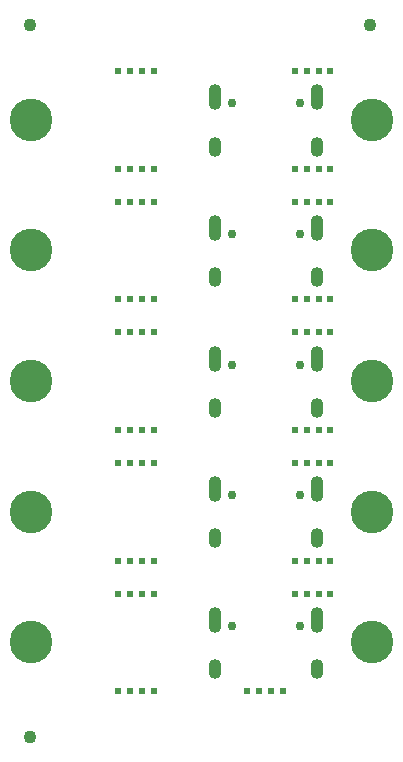
<source format=gbr>
%TF.GenerationSoftware,KiCad,Pcbnew,(6.0.5)*%
%TF.CreationDate,2022-06-02T02:11:43+02:00*%
%TF.ProjectId,5Panel_AKBDB,3550616e-656c-45f4-914b-4244422e6b69,R1*%
%TF.SameCoordinates,Original*%
%TF.FileFunction,Soldermask,Top*%
%TF.FilePolarity,Negative*%
%FSLAX46Y46*%
G04 Gerber Fmt 4.6, Leading zero omitted, Abs format (unit mm)*
G04 Created by KiCad (PCBNEW (6.0.5)) date 2022-06-02 02:11:43*
%MOMM*%
%LPD*%
G01*
G04 APERTURE LIST*
%ADD10C,0.750000*%
%ADD11O,1.100000X1.700000*%
%ADD12O,1.100000X2.200000*%
%ADD13C,0.602000*%
%ADD14C,3.602001*%
%ADD15C,1.102000*%
%ADD16C,3.602000*%
G04 APERTURE END LIST*
D10*
%TO.C,J1*%
X81671431Y-86667691D03*
X75891431Y-86667691D03*
D11*
X83101431Y-90317691D03*
X74461431Y-90317691D03*
D12*
X74461431Y-86137691D03*
X83101431Y-86137691D03*
%TD*%
D10*
%TO.C,J1*%
X81663326Y-75540296D03*
X75883326Y-75540296D03*
D11*
X83093326Y-79190296D03*
X74453326Y-79190296D03*
D12*
X74453326Y-75010296D03*
X83093326Y-75010296D03*
%TD*%
D10*
%TO.C,J1*%
X81671431Y-64537691D03*
X75891431Y-64537691D03*
D11*
X83101431Y-68187691D03*
X74461431Y-68187691D03*
D12*
X74461431Y-64007691D03*
X83101431Y-64007691D03*
%TD*%
D10*
%TO.C,J1*%
X81671431Y-53472691D03*
X75891431Y-53472691D03*
D11*
X83101431Y-57122691D03*
X74461431Y-57122691D03*
D12*
X74461431Y-52942691D03*
X83101431Y-52942691D03*
%TD*%
D11*
%TO.C,J1*%
X74461431Y-46057691D03*
X83101431Y-46057691D03*
D12*
X74461431Y-41877691D03*
X83101431Y-41877691D03*
D10*
X81671431Y-42407691D03*
X75891431Y-42407691D03*
%TD*%
D13*
%TO.C,REF\u002A\u002A*%
X81212583Y-39654001D03*
%TD*%
%TO.C,REF\u002A\u002A*%
X67242957Y-58984125D03*
%TD*%
%TO.C,REF\u002A\u002A*%
X81212566Y-70046505D03*
%TD*%
%TO.C,REF\u002A\u002A*%
X66242940Y-50716716D03*
%TD*%
%TO.C,REF\u002A\u002A*%
X69242957Y-81113960D03*
%TD*%
%TO.C,REF\u002A\u002A*%
X69242957Y-61783304D03*
%TD*%
%TO.C,REF\u002A\u002A*%
X83212583Y-39654166D03*
%TD*%
%TO.C,REF\u002A\u002A*%
X69242940Y-92175799D03*
%TD*%
%TO.C,REF\u002A\u002A*%
X68242940Y-50716548D03*
%TD*%
%TO.C,REF\u002A\u002A*%
X68242940Y-70045714D03*
%TD*%
%TO.C,REF\u002A\u002A*%
X81212566Y-72845840D03*
%TD*%
%TO.C,REF\u002A\u002A*%
X84212566Y-70046757D03*
%TD*%
%TO.C,REF\u002A\u002A*%
X68242957Y-58984043D03*
%TD*%
%TO.C,REF\u002A\u002A*%
X84212566Y-47916757D03*
%TD*%
D14*
%TO.C,MH2*%
X87736431Y-76972691D03*
%TD*%
D15*
%TO.C,REF\u002A\u002A*%
X58820949Y-35752391D03*
%TD*%
D13*
%TO.C,REF\u002A\u002A*%
X84212583Y-58983096D03*
%TD*%
%TO.C,REF\u002A\u002A*%
X68242940Y-72846548D03*
%TD*%
D14*
%TO.C,MH2*%
X87736431Y-43777691D03*
%TD*%
D13*
%TO.C,REF\u002A\u002A*%
X82212583Y-39654084D03*
%TD*%
%TO.C,REF\u002A\u002A*%
X66242957Y-58984208D03*
%TD*%
%TO.C,REF\u002A\u002A*%
X80164940Y-92176716D03*
%TD*%
D14*
%TO.C,MH2*%
X87736431Y-65907691D03*
%TD*%
D13*
%TO.C,REF\u002A\u002A*%
X66242957Y-39653055D03*
%TD*%
%TO.C,REF\u002A\u002A*%
X81212583Y-58983345D03*
%TD*%
%TO.C,REF\u002A\u002A*%
X66242940Y-70045546D03*
%TD*%
%TO.C,REF\u002A\u002A*%
X69242940Y-72846464D03*
%TD*%
%TO.C,REF\u002A\u002A*%
X82212583Y-83914084D03*
%TD*%
%TO.C,REF\u002A\u002A*%
X83212566Y-70046673D03*
%TD*%
%TO.C,REF\u002A\u002A*%
X68242957Y-39653221D03*
%TD*%
%TO.C,REF\u002A\u002A*%
X69242957Y-58983960D03*
%TD*%
%TO.C,REF\u002A\u002A*%
X69242940Y-47915799D03*
%TD*%
%TO.C,REF\u002A\u002A*%
X84212583Y-83914249D03*
%TD*%
%TO.C,REF\u002A\u002A*%
X67242940Y-70045630D03*
%TD*%
%TO.C,REF\u002A\u002A*%
X67242940Y-50716632D03*
%TD*%
%TO.C,REF\u002A\u002A*%
X67242957Y-61783138D03*
%TD*%
%TO.C,REF\u002A\u002A*%
X82212583Y-81113262D03*
%TD*%
%TO.C,REF\u002A\u002A*%
X67242957Y-39653138D03*
%TD*%
%TO.C,REF\u002A\u002A*%
X67242940Y-72846632D03*
%TD*%
D15*
%TO.C,REF\u002A\u002A*%
X58820949Y-96077391D03*
%TD*%
D13*
%TO.C,REF\u002A\u002A*%
X66242957Y-81114208D03*
%TD*%
%TO.C,REF\u002A\u002A*%
X66242940Y-92175546D03*
%TD*%
%TO.C,REF\u002A\u002A*%
X81212566Y-50715840D03*
%TD*%
%TO.C,REF\u002A\u002A*%
X69242957Y-83913304D03*
%TD*%
D16*
%TO.C,MH1*%
X58852931Y-43782373D03*
%TD*%
D13*
%TO.C,REF\u002A\u002A*%
X83212566Y-72845671D03*
%TD*%
%TO.C,REF\u002A\u002A*%
X69242957Y-39653304D03*
%TD*%
%TO.C,REF\u002A\u002A*%
X83212583Y-58983179D03*
%TD*%
%TO.C,REF\u002A\u002A*%
X82212566Y-70046589D03*
%TD*%
%TO.C,REF\u002A\u002A*%
X82212566Y-50715755D03*
%TD*%
%TO.C,REF\u002A\u002A*%
X66242957Y-61783055D03*
%TD*%
%TO.C,REF\u002A\u002A*%
X68242957Y-83913221D03*
%TD*%
%TO.C,REF\u002A\u002A*%
X82212566Y-72845755D03*
%TD*%
%TO.C,REF\u002A\u002A*%
X67242957Y-81114125D03*
%TD*%
D14*
%TO.C,MH2*%
X87736431Y-88037691D03*
%TD*%
D13*
%TO.C,REF\u002A\u002A*%
X66242940Y-72846716D03*
%TD*%
%TO.C,REF\u002A\u002A*%
X84212566Y-50715587D03*
%TD*%
%TO.C,REF\u002A\u002A*%
X84212583Y-61784249D03*
%TD*%
D14*
%TO.C,MH2*%
X87736431Y-54842691D03*
%TD*%
D13*
%TO.C,REF\u002A\u002A*%
X83212583Y-81113179D03*
%TD*%
%TO.C,REF\u002A\u002A*%
X82212566Y-47916589D03*
%TD*%
%TO.C,REF\u002A\u002A*%
X81212583Y-83914001D03*
%TD*%
%TO.C,REF\u002A\u002A*%
X78164940Y-92176548D03*
%TD*%
%TO.C,REF\u002A\u002A*%
X68242957Y-61783221D03*
%TD*%
%TO.C,REF\u002A\u002A*%
X79164940Y-92176632D03*
%TD*%
%TO.C,REF\u002A\u002A*%
X67242940Y-47915630D03*
%TD*%
%TO.C,REF\u002A\u002A*%
X84212583Y-81113096D03*
%TD*%
%TO.C,REF\u002A\u002A*%
X77164940Y-92176464D03*
%TD*%
D16*
%TO.C,MH1*%
X58852931Y-76977373D03*
%TD*%
D13*
%TO.C,REF\u002A\u002A*%
X66242957Y-83913055D03*
%TD*%
%TO.C,REF\u002A\u002A*%
X69242940Y-70045799D03*
%TD*%
%TO.C,REF\u002A\u002A*%
X81212583Y-81113345D03*
%TD*%
D16*
%TO.C,MH1*%
X58852931Y-54847373D03*
%TD*%
D13*
%TO.C,REF\u002A\u002A*%
X66242940Y-47915546D03*
%TD*%
%TO.C,REF\u002A\u002A*%
X83212566Y-50715671D03*
%TD*%
%TO.C,REF\u002A\u002A*%
X81212583Y-61784001D03*
%TD*%
%TO.C,REF\u002A\u002A*%
X83212583Y-83914166D03*
%TD*%
D16*
%TO.C,MH1*%
X58852931Y-88042373D03*
%TD*%
D13*
%TO.C,REF\u002A\u002A*%
X83212583Y-61784166D03*
%TD*%
%TO.C,REF\u002A\u002A*%
X67242957Y-83913138D03*
%TD*%
%TO.C,REF\u002A\u002A*%
X68242940Y-92175714D03*
%TD*%
D15*
%TO.C,REF\u002A\u002A*%
X87586948Y-35752391D03*
%TD*%
D13*
%TO.C,REF\u002A\u002A*%
X82212583Y-61784084D03*
%TD*%
%TO.C,REF\u002A\u002A*%
X82212583Y-58983262D03*
%TD*%
%TO.C,REF\u002A\u002A*%
X84212583Y-39654249D03*
%TD*%
%TO.C,REF\u002A\u002A*%
X67242940Y-92175630D03*
%TD*%
%TO.C,REF\u002A\u002A*%
X83212566Y-47916673D03*
%TD*%
D16*
%TO.C,MH1*%
X58852931Y-65912373D03*
%TD*%
D13*
%TO.C,REF\u002A\u002A*%
X69242940Y-50716464D03*
%TD*%
%TO.C,REF\u002A\u002A*%
X84212566Y-72845587D03*
%TD*%
%TO.C,REF\u002A\u002A*%
X68242940Y-47915714D03*
%TD*%
%TO.C,REF\u002A\u002A*%
X68242957Y-81114043D03*
%TD*%
%TO.C,REF\u002A\u002A*%
X81212566Y-47916505D03*
%TD*%
M02*

</source>
